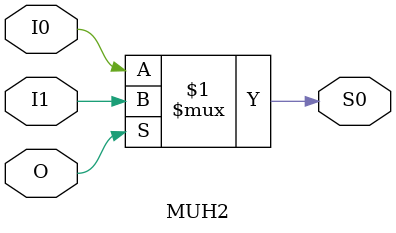
<source format=v>
module MUH2 (
    input O,
    input I0,
    input I1,
    output reg S0
);

assign S0 = O ? I1 : I0;

endmodule

</source>
